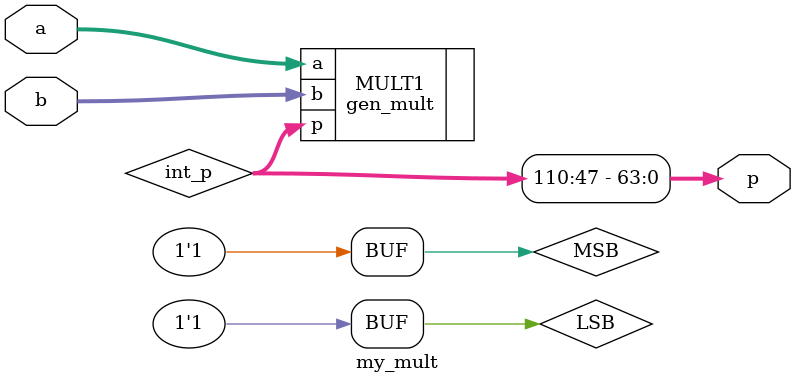
<source format=v>
/*
    my_mult must take a DATA_WIDTH >= INT_WIDTH >= BIT_SHIFT
    DATA_WIDTH - Indicates the size of the DATA
        For INT_WIDTH = 16: 
        * DATA_WIDTH = 64 -> 16Q48
        * DATA_WIDTH = 48 -> 16Q32
        * DATA_WIDTH = 32 -> 16Q16
    INT_WIDTH - Indicates the integer size
    BIT_SHIFT - divides the output by 2^BITSHIFT
    DEC_FORMAT - REDUCE LEAST SIGNIFICANT BITS
    INT_FORMAT - REDUCE MOST SIGNIFICANT BITS
*/
module my_mult
#(
	parameter DATA_WIDTH = 64,
	parameter OUT_WIDTH = DATA_WIDTH,
    parameter INT_WIDTH = 16,
    parameter BIT_SHIFT = 0,
    parameter DEC_FORMAT = 0,
    parameter INT_FORMAT = 0
)
(
	input  [DATA_WIDTH - 1 : 0] a,
	input  [DATA_WIDTH - 1 : 0] b,
	output [OUT_WIDTH - 1 : 0] p
);
	wire [DATA_WIDTH + DATA_WIDTH - 1:0] int_p;

    reg MSB = (DATA_WIDTH*2-1-INT_WIDTH)+BIT_SHIFT-INT_FORMAT;
    reg LSB = (DATA_WIDTH-1-INT_WIDTH)+BIT_SHIFT+DEC_FORMAT;
	assign p = int_p[(DATA_WIDTH*2-1-INT_WIDTH)+BIT_SHIFT-INT_FORMAT : (DATA_WIDTH-1-INT_WIDTH)+BIT_SHIFT+DEC_FORMAT];
       
    gen_mult #(.DATA_WIDTH(DATA_WIDTH)) MULT1 (.a(a), .b(b), .p(int_p));
endmodule

</source>
